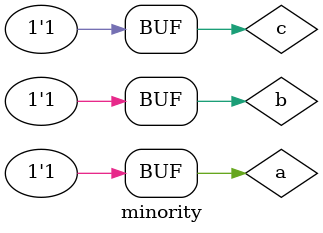
<source format=sv>
module minority();
  logic  a, b, c, y;

  // instantiate device under test
  sillyfunction dut(a, b, c, y);

  // apply inputs one at a time
  initial begin
    a = 0; b = 0; c = 0; #10;
    c = 1;               #10;
    b = 1; c = 0;        #10;
    c = 1;               #10;
    a = 1; b = 0; c = 0; #10;
    c = 1;               #10;
    b = 1; c = 0;        #10;
    c = 1;               #10;
  end

  initial begin
     $dumpfile("dump.vcd");
     $dumpvars(0,minority);
  end
endmodule
</source>
